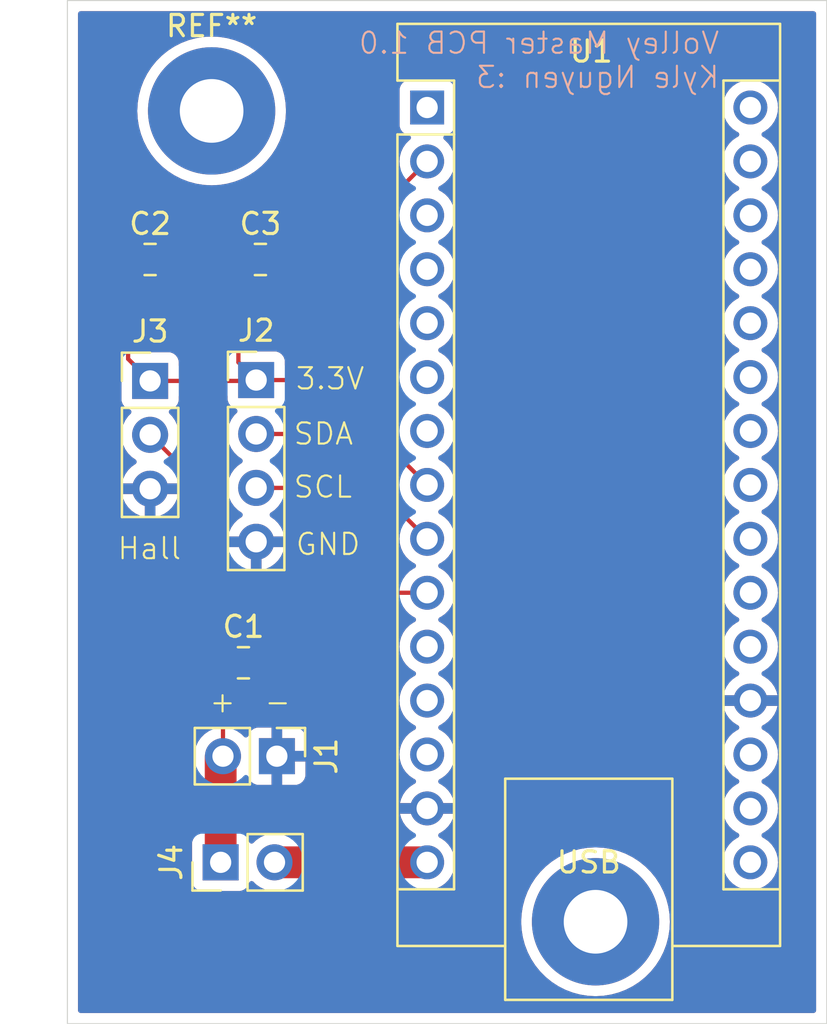
<source format=kicad_pcb>
(kicad_pcb (version 20240108) (generator "pcbnew") (generator_version "8.0")
  (layers (0 "F.Cu" signal) (31 "B.Cu" signal) (34 "B.Paste" user) (35 "F.Paste" user) (36 "B.SilkS" user "B.Silkscreen") (37 "F.SilkS" user "F.Silkscreen") (38 "B.Mask" user) (39 "F.Mask" user) (44 "Edge.Cuts" user))
  (net 0 "")
  (net 1 "GND")
  (net 2 "+9V")
  (net 3 "+3.3V")
  (net 4 "SCL")
  (net 5 "SDA")
  (net 6 "Hall")
  (net 30 "Net-(J1-Pin_2)")
  (footprint "Connector_PinHeader_2.54mm:PinHeader_1x02_P2.54mm_Vertical" (layer "F.Cu") (at 52.075 74.3 -90)
    (property "Reference" "J1" (at 0 -2.33 90) (layer "F.SilkS"))
    (property "Value" "9V Battery")
    (fp_line (start -1.33 3.87) (end 1.33 3.87) (stroke (width 0.12)) (layer "F.SilkS"))
    (fp_line (start -1.33 1.27) (end -1.33 3.87) (stroke (width 0.12)) (layer "F.SilkS"))
    (fp_line (start -1.33 1.27) (end 1.33 1.27) (stroke (width 0.12)) (layer "F.SilkS"))
    (fp_line (start 1.33 1.27) (end 1.33 3.87) (stroke (width 0.12)) (layer "F.SilkS"))
    (fp_line (start -1.33 0) (end -1.33 -1.33) (stroke (width 0.12)) (layer "F.SilkS"))
    (fp_line (start -1.33 -1.33) (end 0 -1.33) (stroke (width 0.12)) (layer "F.SilkS"))
    (pad "1" thru_hole rect (at 0 0 270) (size 1.7 1.7) (drill 1) (layers "*.Cu" "*.Mask") (net 1 "GND"))
    (pad "2" thru_hole oval (at 0 2.54 270) (size 1.7 1.7) (drill 1) (layers "*.Cu" "*.Mask") (net 30 "Net-(J1-Pin_2)"))
  )
  (footprint "Connector_PinHeader_2.54mm:PinHeader_1x04_P2.54mm_Vertical" (layer "F.Cu") (at 51.1 56.58)
    (property "Reference" "J2" (at 0 -2.33 0) (layer "F.SilkS"))
    (property "Value" "Color Sensor")
    (fp_line (start -1.33 -1.33) (end 0 -1.33) (stroke (width 0.12)) (layer "F.SilkS"))
    (fp_line (start -1.33 0) (end -1.33 -1.33) (stroke (width 0.12)) (layer "F.SilkS"))
    (fp_line (start -1.33 1.27) (end -1.33 8.95) (stroke (width 0.12)) (layer "F.SilkS"))
    (fp_line (start -1.33 1.27) (end 1.33 1.27) (stroke (width 0.12)) (layer "F.SilkS"))
    (fp_line (start -1.33 8.95) (end 1.33 8.95) (stroke (width 0.12)) (layer "F.SilkS"))
    (fp_line (start 1.33 1.27) (end 1.33 8.95) (stroke (width 0.12)) (layer "F.SilkS"))
    (pad "1" thru_hole rect (at 0 0) (size 1.7 1.7) (drill 1) (layers "*.Cu" "*.Mask") (net 3 "+3.3V"))
    (pad "2" thru_hole oval (at 0 2.54) (size 1.7 1.7) (drill 1) (layers "*.Cu" "*.Mask") (net 5 "SDA"))
    (pad "3" thru_hole oval (at 0 5.08) (size 1.7 1.7) (drill 1) (layers "*.Cu" "*.Mask") (net 4 "SCL"))
    (pad "4" thru_hole oval (at 0 7.62) (size 1.7 1.7) (drill 1) (layers "*.Cu" "*.Mask") (net 1 "GND"))
  )
  (footprint "Module:Arduino_Nano" (layer "F.Cu") (at 59.16 43.74)
    (property "Reference" "U1" (at 7.74 -2.64 0) (layer "F.SilkS"))
    (property "Value" "ABX00092")
    (fp_line (start -1.4 -3.94) (end -1.4 -1.27) (stroke (width 0.12)) (layer "F.SilkS"))
    (fp_line (start -1.4 1.27) (end -1.4 39.5) (stroke (width 0.12)) (layer "F.SilkS"))
    (fp_line (start -1.4 39.5) (end 3.68 39.5) (stroke (width 0.12)) (layer "F.SilkS"))
    (fp_line (start 1.27 -1.27) (end -1.4 -1.27) (stroke (width 0.12)) (layer "F.SilkS"))
    (fp_line (start 1.27 1.27) (end -1.4 1.27) (stroke (width 0.12)) (layer "F.SilkS"))
    (fp_line (start 1.27 1.27) (end 1.27 -1.27) (stroke (width 0.12)) (layer "F.SilkS"))
    (fp_line (start 1.27 1.27) (end 1.27 36.83) (stroke (width 0.12)) (layer "F.SilkS"))
    (fp_line (start 1.27 36.83) (end -1.4 36.83) (stroke (width 0.12)) (layer "F.SilkS"))
    (fp_line (start 3.68 31.62) (end 11.56 31.62) (stroke (width 0.12)) (layer "F.SilkS"))
    (fp_line (start 3.68 42.04) (end 3.68 31.62) (stroke (width 0.12)) (layer "F.SilkS"))
    (fp_line (start 11.56 31.62) (end 11.56 42.04) (stroke (width 0.12)) (layer "F.SilkS"))
    (fp_line (start 11.56 42.04) (end 3.68 42.04) (stroke (width 0.12)) (layer "F.SilkS"))
    (fp_line (start 13.97 -1.27) (end 13.97 36.83) (stroke (width 0.12)) (layer "F.SilkS"))
    (fp_line (start 13.97 -1.27) (end 16.64 -1.27) (stroke (width 0.12)) (layer "F.SilkS"))
    (fp_line (start 13.97 36.83) (end 16.64 36.83) (stroke (width 0.12)) (layer "F.SilkS"))
    (fp_line (start 16.64 -3.94) (end -1.4 -3.94) (stroke (width 0.12)) (layer "F.SilkS"))
    (fp_line (start 16.64 39.5) (end 11.56 39.5) (stroke (width 0.12)) (layer "F.SilkS"))
    (fp_line (start 16.64 39.5) (end 16.64 -3.94) (stroke (width 0.12)) (layer "F.SilkS"))
    (fp_text user "USB" (at 7.62 35.56 0) (layer "F.SilkS"))
    (pad "1" thru_hole rect (at 0 0) (size 1.6 1.6) (drill 1) (layers "*.Cu" "*.Mask"))
    (pad "2" thru_hole oval (at 0 2.54) (size 1.6 1.6) (drill 1) (layers "*.Cu" "*.Mask") (net 3 "+3.3V"))
    (pad "3" thru_hole oval (at 0 5.08) (size 1.6 1.6) (drill 1) (layers "*.Cu" "*.Mask"))
    (pad "4" thru_hole oval (at 0 7.62) (size 1.6 1.6) (drill 1) (layers "*.Cu" "*.Mask"))
    (pad "5" thru_hole oval (at 0 10.16) (size 1.6 1.6) (drill 1) (layers "*.Cu" "*.Mask"))
    (pad "6" thru_hole oval (at 0 12.7) (size 1.6 1.6) (drill 1) (layers "*.Cu" "*.Mask"))
    (pad "7" thru_hole oval (at 0 15.24) (size 1.6 1.6) (drill 1) (layers "*.Cu" "*.Mask"))
    (pad "8" thru_hole oval (at 0 17.78) (size 1.6 1.6) (drill 1) (layers "*.Cu" "*.Mask") (net 5 "SDA"))
    (pad "9" thru_hole oval (at 0 20.32) (size 1.6 1.6) (drill 1) (layers "*.Cu" "*.Mask") (net 4 "SCL"))
    (pad "10" thru_hole oval (at 0 22.86) (size 1.6 1.6) (drill 1) (layers "*.Cu" "*.Mask") (net 6 "Hall"))
    (pad "11" thru_hole oval (at 0 25.4) (size 1.6 1.6) (drill 1) (layers "*.Cu" "*.Mask"))
    (pad "12" thru_hole oval (at 0 27.94) (size 1.6 1.6) (drill 1) (layers "*.Cu" "*.Mask"))
    (pad "13" thru_hole oval (at 0 30.48) (size 1.6 1.6) (drill 1) (layers "*.Cu" "*.Mask"))
    (pad "14" thru_hole oval (at 0 33.02) (size 1.6 1.6) (drill 1) (layers "*.Cu" "*.Mask") (net 1 "GND"))
    (pad "15" thru_hole oval (at 0 35.56) (size 1.6 1.6) (drill 1) (layers "*.Cu" "*.Mask") (net 2 "+9V"))
    (pad "16" thru_hole oval (at 15.24 35.56) (size 1.6 1.6) (drill 1) (layers "*.Cu" "*.Mask"))
    (pad "17" thru_hole oval (at 15.24 33.02) (size 1.6 1.6) (drill 1) (layers "*.Cu" "*.Mask"))
    (pad "18" thru_hole oval (at 15.24 30.48) (size 1.6 1.6) (drill 1) (layers "*.Cu" "*.Mask"))
    (pad "19" thru_hole oval (at 15.24 27.94) (size 1.6 1.6) (drill 1) (layers "*.Cu" "*.Mask") (net 1 "GND"))
    (pad "20" thru_hole oval (at 15.24 25.4) (size 1.6 1.6) (drill 1) (layers "*.Cu" "*.Mask"))
    (pad "21" thru_hole oval (at 15.24 22.86) (size 1.6 1.6) (drill 1) (layers "*.Cu" "*.Mask"))
    (pad "22" thru_hole oval (at 15.24 20.32) (size 1.6 1.6) (drill 1) (layers "*.Cu" "*.Mask"))
    (pad "23" thru_hole oval (at 15.24 17.78) (size 1.6 1.6) (drill 1) (layers "*.Cu" "*.Mask"))
    (pad "24" thru_hole oval (at 15.24 15.24) (size 1.6 1.6) (drill 1) (layers "*.Cu" "*.Mask"))
    (pad "25" thru_hole oval (at 15.24 12.7) (size 1.6 1.6) (drill 1) (layers "*.Cu" "*.Mask"))
    (pad "26" thru_hole oval (at 15.24 10.16) (size 1.6 1.6) (drill 1) (layers "*.Cu" "*.Mask"))
    (pad "27" thru_hole oval (at 15.24 7.62) (size 1.6 1.6) (drill 1) (layers "*.Cu" "*.Mask"))
    (pad "28" thru_hole oval (at 15.24 5.08) (size 1.6 1.6) (drill 1) (layers "*.Cu" "*.Mask"))
    (pad "29" thru_hole oval (at 15.24 2.54) (size 1.6 1.6) (drill 1) (layers "*.Cu" "*.Mask"))
    (pad "30" thru_hole oval (at 15.24 0) (size 1.6 1.6) (drill 1) (layers "*.Cu" "*.Mask"))
  )
  (footprint "Connector_PinHeader_2.54mm:PinHeader_1x02_P2.54mm_Vertical" (layer "F.Cu") (at 49.425 79.3 90)
    (property "Reference" "J4" (at 0 -2.33 -90) (layer "F.SilkS"))
    (property "Value" "Switch")
    (fp_line (start -1.33 -1.33) (end 0 -1.33) (stroke (width 0.12)) (layer "F.SilkS"))
    (fp_line (start -1.33 0) (end -1.33 -1.33) (stroke (width 0.12)) (layer "F.SilkS"))
    (fp_line (start 1.33 1.27) (end 1.33 3.87) (stroke (width 0.12)) (layer "F.SilkS"))
    (fp_line (start -1.33 1.27) (end 1.33 1.27) (stroke (width 0.12)) (layer "F.SilkS"))
    (fp_line (start -1.33 1.27) (end -1.33 3.87) (stroke (width 0.12)) (layer "F.SilkS"))
    (fp_line (start -1.33 3.87) (end 1.33 3.87) (stroke (width 0.12)) (layer "F.SilkS"))
    (pad "1" thru_hole rect (at 0 0 90) (size 1.7 1.7) (drill 1) (layers "*.Cu" "*.Mask") (net 30 "Net-(J1-Pin_2)"))
    (pad "2" thru_hole oval (at 0 2.54 90) (size 1.7 1.7) (drill 1) (layers "*.Cu" "*.Mask") (net 2 "+9V"))
  )
  (footprint "" (layer "F.Cu") (at 67.1 82.1)
    (property "Reference" "" (at 0 0 0) (layer "F.SilkS") (effects (font (size 1.27 1.27))))
    (property "Value" "")
    (pad "1" thru_hole circle (at 0 0) (size 6 6) (drill 3) (layers "*.Cu" "*.Mask"))
  )
  (footprint "Capacitor_SMD:C_0805_2012Metric_Pad1.18x1.45mm_HandSolder" (layer "F.Cu") (at 51.3 50.9)
    (property "Reference" "C3" (at 0 -1.68 0) (layer "F.SilkS"))
    (property "Value" "0.1uF")
    (fp_line (start -0.261252 -0.735) (end 0.261252 -0.735) (stroke (width 0.12)) (layer "F.SilkS"))
    (fp_line (start -0.261252 0.735) (end 0.261252 0.735) (stroke (width 0.12)) (layer "F.SilkS"))
    (pad "1" smd roundrect (at -1.0375 0) (size 1.175 1.45) (layers "F.Cu" "F.Paste" "F.Mask") (roundrect_rratio 0.212766) (net 3 "+3.3V"))
    (pad "2" smd roundrect (at 1.0375 0) (size 1.175 1.45) (layers "F.Cu" "F.Paste" "F.Mask") (roundrect_rratio 0.212766) (net 1 "GND"))
  )
  (footprint "Connector_PinHeader_2.54mm:PinHeader_1x03_P2.54mm_Vertical" (layer "F.Cu") (at 46.1 56.62)
    (property "Reference" "J3" (at 0 -2.33 0) (layer "F.SilkS"))
    (property "Value" "Hall Effect Sensor")
    (fp_line (start -1.33 -1.33) (end 0 -1.33) (stroke (width 0.12)) (layer "F.SilkS"))
    (fp_line (start -1.33 0) (end -1.33 -1.33) (stroke (width 0.12)) (layer "F.SilkS"))
    (fp_line (start -1.33 1.27) (end -1.33 6.41) (stroke (width 0.12)) (layer "F.SilkS"))
    (fp_line (start -1.33 1.27) (end 1.33 1.27) (stroke (width 0.12)) (layer "F.SilkS"))
    (fp_line (start -1.33 6.41) (end 1.33 6.41) (stroke (width 0.12)) (layer "F.SilkS"))
    (fp_line (start 1.33 1.27) (end 1.33 6.41) (stroke (width 0.12)) (layer "F.SilkS"))
    (pad "1" thru_hole rect (at 0 0) (size 1.7 1.7) (drill 1) (layers "*.Cu" "*.Mask") (net 3 "+3.3V"))
    (pad "2" thru_hole oval (at 0 2.54) (size 1.7 1.7) (drill 1) (layers "*.Cu" "*.Mask") (net 6 "Hall"))
    (pad "3" thru_hole oval (at 0 5.08) (size 1.7 1.7) (drill 1) (layers "*.Cu" "*.Mask") (net 1 "GND"))
  )
  (footprint "Capacitor_SMD:C_0805_2012Metric_Pad1.18x1.45mm_HandSolder" (layer "F.Cu") (at 46.1 50.9)
    (property "Reference" "C2" (at 0 -1.68 0) (layer "F.SilkS"))
    (property "Value" "0.1uF")
    (fp_line (start -0.261252 -0.735) (end 0.261252 -0.735) (stroke (width 0.12)) (layer "F.SilkS"))
    (fp_line (start -0.261252 0.735) (end 0.261252 0.735) (stroke (width 0.12)) (layer "F.SilkS"))
    (pad "1" smd roundrect (at -1.0375 0) (size 1.175 1.45) (layers "F.Cu" "F.Paste" "F.Mask") (roundrect_rratio 0.212766) (net 3 "+3.3V"))
    (pad "2" smd roundrect (at 1.0375 0) (size 1.175 1.45) (layers "F.Cu" "F.Paste" "F.Mask") (roundrect_rratio 0.212766) (net 1 "GND"))
  )
  (footprint "MountingHole:MountingHole_3mm_Pad" (layer "F.Cu") (at 49 43.9)
    (property "Reference" "REF**" (at 0 -4 0) (layer "F.SilkS"))
    (property "Value" "MountingHole_3mm_Pad")
    (pad "1" thru_hole circle (at 0 0) (size 6 6) (drill 3) (layers "*.Cu" "*.Mask"))
  )
  (footprint "Capacitor_SMD:C_0805_2012Metric_Pad1.18x1.45mm_HandSolder" (layer "F.Cu") (at 50.5 69.9 180)
    (property "Reference" "C1" (at 0 1.7 180) (layer "F.SilkS"))
    (property "Value" "0.1uF")
    (fp_line (start -0.261252 0.735) (end 0.261252 0.735) (stroke (width 0.12)) (layer "F.SilkS"))
    (fp_line (start -0.261252 -0.735) (end 0.261252 -0.735) (stroke (width 0.12)) (layer "F.SilkS"))
    (pad "1" smd roundrect (at -1.0375 0 180) (size 1.175 1.45) (layers "F.Cu" "F.Paste" "F.Mask") (roundrect_rratio 0.212766) (net 1 "GND"))
    (pad "2" smd roundrect (at 1.0375 0 180) (size 1.175 1.45) (layers "F.Cu" "F.Paste" "F.Mask") (roundrect_rratio 0.212766) (net 30 "Net-(J1-Pin_2)"))
  )
  (gr_rect (start 42.2 38.7) (end 78 86.9) (stroke (width 0.05)) (fill none) (layer "Edge.Cuts"))
  (gr_text "Volley Master PCB 1.0\nKyle Nguyen :3" (at 73 42.9 0) (layer "B.SilkS") (effects (font (size 1 1) (thickness 0.1)) (justify left bottom mirror)))
  (gr_text "Hall" (at 44.5 65.1 0) (layer "F.SilkS") (effects (font (size 1 1) (thickness 0.1)) (justify left bottom)))
  (gr_text "SDA" (at 52.8 59.7 0) (layer "F.SilkS") (effects (font (size 1 1) (thickness 0.1)) (justify left bottom)))
  (gr_text "SCL" (at 52.8 62.2 0) (layer "F.SilkS") (effects (font (size 1 1) (thickness 0.1)) (justify left bottom)))
  (gr_text "-\n" (at 52.8 71.3 180) (layer "F.SilkS") (effects (font (size 1 1) (thickness 0.1)) (justify left bottom)))
  (gr_text "3.3V\n" (at 52.9 57.1 0) (layer "F.SilkS") (effects (font (size 1 1) (thickness 0.1)) (justify left bottom)))
  (gr_text "GND\n" (at 52.9 64.9 0) (layer "F.SilkS") (effects (font (size 1 1) (thickness 0.1)) (justify left bottom)))
  (gr_text "+\n" (at 50.2 71.3 180) (layer "F.SilkS") (effects (font (size 1 1) (thickness 0.1)) (justify left bottom)))
  (segment (start 51.965 79.3) (end 59.16 79.3) (width 1.5) (layer "F.Cu") (net 2))
  (segment (start 50.2625 50.9) (end 50.2625 55.7425) (width 0.2) (layer "F.Cu") (net 3))
  (segment (start 55.3 50.14) (end 55.3 54.3) (width 0.2) (layer "F.Cu") (net 3))
  (segment (start 51.06 56.62) (end 51.1 56.58) (width 0.2) (layer "F.Cu") (net 3))
  (segment (start 50.2625 55.7425) (end 51.1 56.58) (width 0.2) (layer "F.Cu") (net 3))
  (segment (start 53.02 56.58) (end 51.1 56.58) (width 0.2) (layer "F.Cu") (net 3))
  (segment (start 45.0625 50.9) (end 45.0625 55.5825) (width 0.2) (layer "F.Cu") (net 3))
  (segment (start 55.3 54.3) (end 53.02 56.58) (width 0.2) (layer "F.Cu") (net 3))
  (segment (start 59.16 46.28) (end 55.3 50.14) (width 0.2) (layer "F.Cu") (net 3))
  (segment (start 45.0625 55.5825) (end 46.1 56.62) (width 0.2) (layer "F.Cu") (net 3))
  (segment (start 46.1 56.62) (end 51.06 56.62) (width 0.2) (layer "F.Cu") (net 3))
  (segment (start 56.76 61.66) (end 59.16 64.06) (width 0.2) (layer "F.Cu") (net 4))
  (segment (start 51.1 61.66) (end 56.76 61.66) (width 0.2) (layer "F.Cu") (net 4))
  (segment (start 51.1 59.12) (end 56.76 59.12) (width 0.2) (layer "F.Cu") (net 5))
  (segment (start 56.76 59.12) (end 59.16 61.52) (width 0.2) (layer "F.Cu") (net 5))
  (segment (start 50.6 66.6) (end 59.16 66.6) (width 0.2) (layer "F.Cu") (net 6))
  (segment (start 46.1 59.16) (end 48.7 61.76) (width 0.2) (layer "F.Cu") (net 6))
  (segment (start 48.7 64.7) (end 50.6 66.6) (width 0.2) (layer "F.Cu") (net 6))
  (segment (start 48.7 61.76) (end 48.7 64.7) (width 0.2) (layer "F.Cu") (net 6))
  (segment (start 49.535 69.9725) (end 49.4625 69.9) (width 0.2) (layer "F.Cu") (net 30))
  (segment (start 49.425 79.3) (end 49.425 74.41) (width 1.5) (layer "F.Cu") (net 30))
  (segment (start 49.535 74.3) (end 49.535 69.9725) (width 0.2) (layer "F.Cu") (net 30))
  (segment (start 49.425 74.41) (end 49.535 74.3) (width 1.5) (layer "F.Cu") (net 30))
  (zone (net 1) (net_name "GND") (layers "F&B.Cu") (connect_pads (clearance 0.5)) (min_thickness 0.25) (fill yes (thermal_gap 0.5) (thermal_bridge_width 0.5))
    (polygon (pts (xy 42.2 38.7) (xy 78 38.7) (xy 78 86.9) (xy 42.2 86.9)))
  )
)
</source>
